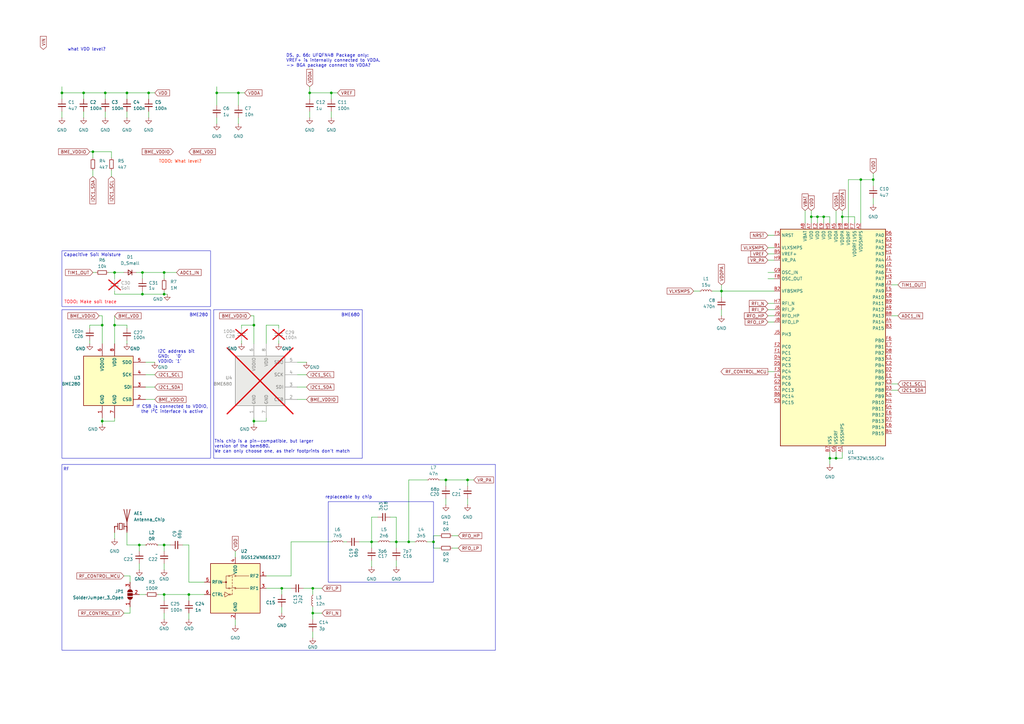
<source format=kicad_sch>
(kicad_sch (version 20231120) (generator "eeschema") (generator_version "8.0")
  (paper "A3")
  (lib_symbols
    (symbol "Device:Antenna_Chip" (pin_numbers hide) (pin_names (offset 1.016) hide)
      (property "Reference" "AE" (at 0 5.08 0))
      (property "Value" "Antenna_Chip" (at 0 3.175 0))
      (symbol "Antenna_Chip_1_1"
        (pin input line (at -2.54 -2.54 90) (length 2.54) (name "FEED") (number "1"))
        (pin passive line (at 2.54 -2.54 90) (length 2.54) (name "PCB_Trace") (number "2"))
      )
    )
    (symbol "Device:C_Small" (pin_numbers hide) (pin_names (offset 0.254) hide)
      (property "Reference" "C" (at 0.254 1.778 0))
      (property "Value" "C_Small" (at 0.254 -2.032 0))
      (symbol "C_Small_1_1"
        (pin passive line (at 0 2.54 270) (length 2.032) (name "~") (number "1"))
        (pin passive line (at 0 -2.54 90) (length 2.032) (name "~") (number "2"))
      )
    )
    (symbol "Device:D_Small" (pin_numbers hide) (pin_names (offset 0.254) hide)
      (property "Reference" "D" (at -1.27 2.032 0))
      (property "Value" "D_Small" (at -3.81 -2.032 0))
      (symbol "D_Small_1_1"
        (pin passive line (at -2.54 0 0) (length 1.778) (name "K") (number "1"))
        (pin passive line (at 2.54 0 180) (length 1.778) (name "A") (number "2"))
      )
    )
    (symbol "Device:L_Small" (pin_numbers hide) (pin_names (offset 0.254) hide)
      (property "Reference" "L" (at 0.762 1.016 0))
      (property "Value" "L_Small" (at 0.762 -1.016 0))
      (symbol "L_Small_1_1"
        (pin passive line (at 0 2.54 270) (length 0.508) (name "~") (number "1"))
        (pin passive line (at 0 -2.54 90) (length 0.508) (name "~") (number "2"))
      )
    )
    (symbol "Device:R_Small" (pin_numbers hide) (pin_names (offset 0.254) hide)
      (property "Reference" "R" (at 0.762 0.508 0))
      (property "Value" "R_Small" (at 0.762 -1.016 0))
      (symbol "R_Small_1_1"
        (pin passive line (at 0 2.54 270) (length 0.762) (name "~") (number "1"))
        (pin passive line (at 0 -2.54 90) (length 0.762) (name "~") (number "2"))
      )
    )
    (symbol "Jumper:SolderJumper_3_Open" (pin_names (offset 0) hide) (exclude_from_sim yes) (in_bom no)
      (property "Reference" "JP" (at -2.54 -2.54 0))
      (property "Value" "SolderJumper_3_Open" (at 0 2.794 0))
      (symbol "SolderJumper_3_Open_1_1"
        (pin passive line (at -5.08 0 0) (length 2.54) (name "A") (number "1"))
        (pin passive line (at 0 -3.81 90) (length 2.54) (name "C") (number "2"))
        (pin passive line (at 5.08 0 180) (length 2.54) (name "B") (number "3"))
      )
    )
    (symbol "MCU_ST_STM32WL:STM32WL55JCIx"
      (property "Reference" "U" (at -20.32 46.99 0))
      (property "Value" "STM32WL55JCIx" (at 15.24 46.99 0))
      (symbol "STM32WL55JCIx_1_1"
        (pin power_in line (at 5.08 -45.72 90) (length 2.54) (name "VSSSMPS") (number "A1"))
        (pin power_in line (at 12.7 48.26 270) (length 2.54) (name "VDDSMPS") (number "A2"))
        (pin bidirectional line (at 25.4 7.62 180) (length 2.54) (name "PA14") (number "A4"))
        (pin power_in line (at 2.54 48.26 270) (length 2.54) (name "VDDA") (number "A5"))
        (pin power_in line (at -7.62 48.26 270) (length 2.54) (name "VDD") (number "A7"))
        (pin power_in line (at -10.16 48.26 270) (length 2.54) (name "VBAT") (number "A8"))
        (pin bidirectional line (at 25.4 12.7 180) (length 2.54) (name "PA12") (number "A9"))
        (pin power_in line (at -22.86 38.1 0) (length 2.54) (name "VLXSMPS") (number "B1"))
        (pin input line (at -22.86 20.32 0) (length 2.54) (name "VFBSMPS") (number "B2"))
        (pin bidirectional line (at 25.4 5.08 180) (length 2.54) (name "PA15") (number "B3"))
        (pin bidirectional line (at 25.4 -38.1 180) (length 2.54) (name "PB15") (number "B4"))
        (pin input line (at -22.86 35.56 0) (length 2.54) (name "VREF+") (number "B5"))
        (pin bidirectional line (at -22.86 -22.86 0) (length 2.54) (name "PC14") (number "B6"))
        (pin power_in line (at 0 -45.72 90) (length 2.54) (name "VSS") (number "B7"))
        (pin bidirectional line (at 25.4 10.16 180) (length 2.54) (name "PA13") (number "B8"))
        (pin bidirectional line (at 25.4 15.24 180) (length 2.54) (name "PA11") (number "B9"))
        (pin bidirectional line (at 25.4 -7.62 180) (length 2.54) (name "PB3") (number "C1"))
        (pin bidirectional line (at 25.4 -10.16 180) (length 2.54) (name "PB4") (number "C2"))
        (pin bidirectional line (at 25.4 -17.78 180) (length 2.54) (name "PB7") (number "C3"))
        (pin bidirectional line (at 25.4 -22.86 180) (length 2.54) (name "PB9") (number "C4"))
        (pin bidirectional line (at -22.86 -25.4 0) (length 2.54) (name "PC15") (number "C5"))
        (pin bidirectional line (at 25.4 -35.56 180) (length 2.54) (name "PB14") (number "C6"))
        (pin bidirectional line (at -22.86 -20.32 0) (length 2.54) (name "PC13") (number "C7"))
        (pin bidirectional line (at 25.4 17.78 180) (length 2.54) (name "PA10") (number "C8"))
        (pin bidirectional line (at 25.4 -12.7 180) (length 2.54) (name "PB5") (number "D2"))
        (pin bidirectional line (at 25.4 -20.32 180) (length 2.54) (name "PB8") (number "D3"))
        (pin bidirectional line (at -22.86 -7.62 0) (length 2.54) (name "PC2") (number "D4"))
        (pin bidirectional line (at -22.86 -10.16 0) (length 2.54) (name "PC3") (number "D5"))
        (pin bidirectional line (at 25.4 43.18 180) (length 2.54) (name "PA0") (number "D6"))
        (pin bidirectional line (at 25.4 -33.02 180) (length 2.54) (name "PB13") (number "D7"))
        (pin bidirectional line (at 25.4 -5.08 180) (length 2.54) (name "PB2") (number "D8"))
        (pin passive line (at 0 -45.72 90) (length 2.54) hide (name "VSS") (number "D9"))
        (pin bidirectional line (at 25.4 -15.24 180) (length 2.54) (name "PB6") (number "E1"))
        (pin power_in line (at -5.08 48.26 270) (length 2.54) (name "VDD") (number "E2"))
        (pin passive line (at 0 -45.72 90) (length 2.54) hide (name "VSS") (number "E3"))
        (pin bidirectional line (at -22.86 -15.24 0) (length 2.54) (name "PC5") (number "E4"))
        (pin bidirectional line (at 25.4 20.32 180) (length 2.54) (name "PA9") (number "E5"))
        (pin bidirectional line (at 25.4 -30.48 180) (length 2.54) (name "PB12") (number "E6"))
        (pin bidirectional line (at 25.4 -2.54 180) (length 2.54) (name "PB1") (number "E7"))
        (pin power_in line (at 7.62 48.26 270) (length 2.54) (name "VDDRF") (number "E8"))
        (pin power_in line (at -2.54 48.26 270) (length 2.54) (name "VDD") (number "E9"))
        (pin bidirectional line (at -22.86 -5.08 0) (length 2.54) (name "PC1") (number "F1"))
        (pin bidirectional line (at -22.86 -2.54 0) (length 2.54) (name "PC0") (number "F2"))
        (pin bidirectional line (at -22.86 -12.7 0) (length 2.54) (name "PC4") (number "F3"))
        (pin bidirectional line (at 25.4 27.94 180) (length 2.54) (name "PA6") (number "F4"))
        (pin input line (at -22.86 43.18 0) (length 2.54) (name "NRST") (number "F5"))
        (pin bidirectional line (at 25.4 0 180) (length 2.54) (name "PB0") (number "F6"))
        (pin power_in line (at 10.16 48.26 270) (length 2.54) (name "VDDRF1V55") (number "F7"))
        (pin input line (at -22.86 25.4 0) (length 2.54) (name "OSC_OUT") (number "F8"))
        (pin bidirectional line (at -22.86 -17.78 0) (length 2.54) (name "PC6") (number "G2"))
        (pin bidirectional line (at 25.4 40.64 180) (length 2.54) (name "PA1") (number "G3"))
        (pin bidirectional line (at 25.4 -27.94 180) (length 2.54) (name "PB11") (number "G4"))
        (pin passive line (at 0 -45.72 90) (length 2.54) hide (name "VSS") (number "G5"))
        (pin power_in line (at 2.54 -45.72 90) (length 2.54) (name "VSSRF") (number "G6"))
        (pin passive line (at 2.54 -45.72 90) (length 2.54) hide (name "VSSRF") (number "G7"))
        (pin passive line (at 2.54 -45.72 90) (length 2.54) hide (name "VSSRF") (number "G8"))
        (pin input line (at -22.86 27.94 0) (length 2.54) (name "OSC_IN") (number "G9"))
        (pin bidirectional line (at 25.4 35.56 180) (length 2.54) (name "PA3") (number "H1"))
        (pin bidirectional line (at 25.4 38.1 180) (length 2.54) (name "PA2") (number "H2"))
        (pin bidirectional line (at 25.4 25.4 180) (length 2.54) (name "PA7") (number "H3"))
        (pin bidirectional line (at 25.4 -25.4 180) (length 2.54) (name "PB10") (number "H4"))
        (pin power_in line (at 0 48.26 270) (length 2.54) (name "VDD") (number "H5"))
        (pin passive line (at 2.54 -45.72 90) (length 2.54) hide (name "VSSRF") (number "H6"))
        (pin bidirectional line (at -22.86 15.24 0) (length 2.54) (name "RFI_N") (number "H7"))
        (pin power_in line (at 5.08 48.26 270) (length 2.54) (name "VDDPA") (number "H8"))
        (pin power_in line (at -22.86 33.02 0) (length 2.54) (name "VR_PA") (number "H9"))
        (pin bidirectional line (at 25.4 33.02 180) (length 2.54) (name "PA4") (number "J1"))
        (pin bidirectional line (at 25.4 30.48 180) (length 2.54) (name "PA5") (number "J2"))
        (pin bidirectional line (at 25.4 22.86 180) (length 2.54) (name "PA8") (number "J3"))
        (pin bidirectional line (at -22.86 2.54 0) (length 2.54) (name "PH3") (number "J5"))
        (pin bidirectional line (at -22.86 12.7 0) (length 2.54) (name "RFI_P") (number "J6"))
        (pin bidirectional line (at -22.86 7.62 0) (length 2.54) (name "RFO_LP") (number "J8"))
        (pin bidirectional line (at -22.86 10.16 0) (length 2.54) (name "RFO_HP") (number "J9"))
      )
    )
    (symbol "RF_Switch:BGS12WN6E6327"
      (property "Reference" "U" (at -10.16 11.43 0))
      (property "Value" "BGS12WN6E6327" (at 1.27 11.43 0))
      (symbol "BGS12WN6E6327_1_1"
        (pin passive line (at 12.7 5.08 180) (length 2.54) (name "RF2") (number "1"))
        (pin power_in line (at 0 -12.7 90) (length 2.54) (name "GND") (number "2"))
        (pin passive line (at 12.7 0 180) (length 2.54) (name "RF1") (number "3"))
        (pin power_in line (at 0 12.7 270) (length 2.54) (name "VDD") (number "4"))
        (pin passive line (at -12.7 2.54 0) (length 2.54) (name "RFIN") (number "5"))
        (pin input line (at -12.7 -2.54 0) (length 2.54) (name "CTRL") (number "6"))
      )
    )
    (symbol "Sensor:BME280"
      (property "Reference" "U" (at -8.89 11.43 0))
      (property "Value" "BME280" (at 7.62 11.43 0))
      (symbol "BME280_1_1"
        (pin power_in line (at -2.54 -15.24 90) (length 5.08) (name "GND") (number "1"))
        (pin input line (at 15.24 -7.62 180) (length 5.08) (name "CSB") (number "2"))
        (pin bidirectional line (at 15.24 -2.54 180) (length 5.08) (name "SDI") (number "3"))
        (pin input line (at 15.24 2.54 180) (length 5.08) (name "SCK") (number "4"))
        (pin bidirectional line (at 15.24 7.62 180) (length 5.08) (name "SDO") (number "5"))
        (pin power_in line (at -2.54 15.24 270) (length 5.08) (name "VDDIO") (number "6"))
        (pin power_in line (at 2.54 -15.24 90) (length 5.08) (name "GND") (number "7"))
        (pin power_in line (at 2.54 15.24 270) (length 5.08) (name "VDD") (number "8"))
      )
    )
    (symbol "Sensor:BME680"
      (property "Reference" "U" (at -8.89 11.43 0))
      (property "Value" "BME680" (at 7.62 11.43 0))
      (symbol "BME680_1_1"
        (pin power_in line (at -2.54 -15.24 90) (length 5.08) (name "GND") (number "1"))
        (pin input line (at 15.24 -7.62 180) (length 5.08) (name "CSB") (number "2"))
        (pin bidirectional line (at 15.24 -2.54 180) (length 5.08) (name "SDI") (number "3"))
        (pin input line (at 15.24 2.54 180) (length 5.08) (name "SCK") (number "4"))
        (pin bidirectional line (at 15.24 7.62 180) (length 5.08) (name "SDO") (number "5"))
        (pin power_in line (at -2.54 15.24 270) (length 5.08) (name "VDDIO") (number "6"))
        (pin power_in line (at 2.54 -15.24 90) (length 5.08) (name "GND") (number "7"))
        (pin power_in line (at 2.54 15.24 270) (length 5.08) (name "VDD") (number "8"))
      )
    )
    (symbol "power:GND" (power) (pin_numbers hide) (pin_names (offset 0) hide)
      (property "Value" "GND" (at 0 -3.81 0))
      (symbol "GND_1_1"
        (pin power_in line (at 0 0 270) (length 0) (name "~") (number "1"))
      )
    )
  )
  (junction (at 128.27 251.46))
  (junction (at 34.29 38.1))
  (junction (at 127 38.1))
  (junction (at 191.77 196.85))
  (junction (at 38.1 62.23))
  (junction (at 41.91 172.72))
  (junction (at 52.07 38.1))
  (junction (at 332.74 88.9))
  (junction (at 104.14 133.35))
  (junction (at 104.14 172.72))
  (junction (at 135.89 38.1))
  (junction (at 128.27 241.3))
  (junction (at 358.14 73.66))
  (junction (at 353.06 73.66))
  (junction (at 67.31 120.65))
  (junction (at 335.28 88.9))
  (junction (at 177.8 222.25))
  (junction (at 182.88 196.85))
  (junction (at 88.9 38.1))
  (junction (at 60.96 38.1))
  (junction (at 58.42 111.76))
  (junction (at 58.42 120.65))
  (junction (at 67.31 223.52))
  (junction (at 167.64 222.25))
  (junction (at 67.31 111.76))
  (junction (at 25.4 38.1))
  (junction (at 337.82 88.9))
  (junction (at 342.9 187.96))
  (junction (at 41.91 133.35))
  (junction (at 345.44 88.9))
  (junction (at 43.18 38.1))
  (junction (at 67.31 243.84))
  (junction (at 97.79 38.1))
  (junction (at 115.57 241.3))
  (junction (at 77.47 243.84))
  (junction (at 295.91 119.38))
  (junction (at 340.36 187.96))
  (junction (at 152.4 222.25))
  (junction (at 46.99 133.35))
  (junction (at 46.99 111.76))
  (junction (at 57.15 223.52))
  (junction (at 162.56 222.25))
  (wire (pts (xy 104.14 129.54) (xy 102.87 129.54)))
  (wire (pts (xy 97.79 38.1) (xy 100.33 38.1)))
  (wire (pts (xy 44.45 111.76) (xy 46.99 111.76)))
  (wire (pts (xy 46.99 133.35) (xy 46.99 140.97)))
  (wire (pts (xy 182.88 196.85) (xy 182.88 199.39)))
  (wire (pts (xy 60.96 38.1) (xy 60.96 40.64)))
  (wire (pts (xy 109.22 241.3) (xy 115.57 241.3)))
  (wire (pts (xy 353.06 73.66) (xy 353.06 91.44)))
  (wire (pts (xy 162.56 212.09) (xy 162.56 222.25)))
  (wire (pts (xy 340.36 185.42) (xy 340.36 187.96)))
  (wire (pts (xy 152.4 222.25) (xy 147.32 222.25)))
  (wire (pts (xy 332.74 91.44) (xy 332.74 88.9)))
  (wire (pts (xy 50.8 236.22) (xy 53.34 236.22)))
  (wire (pts (xy 314.96 101.6) (xy 317.5 101.6)))
  (wire (pts (xy 128.27 259.08) (xy 128.27 261.62)))
  (wire (pts (xy 191.77 204.47) (xy 191.77 207.01)))
  (wire (pts (xy 99.06 139.7) (xy 99.06 140.97)))
  (wire (pts (xy 104.14 172.72) (xy 104.14 173.99)))
  (wire (pts (xy 185.42 224.79) (xy 187.96 224.79)))
  (wire (pts (xy 114.3 134.62) (xy 114.3 133.35)))
  (wire (pts (xy 332.74 86.36) (xy 332.74 88.9)))
  (wire (pts (xy 109.22 236.22) (xy 119.38 236.22)))
  (wire (pts (xy 52.07 134.62) (xy 52.07 133.35)))
  (wire (pts (xy 135.89 38.1) (xy 138.43 38.1)))
  (wire (pts (xy 96.52 254) (xy 96.52 256.54)))
  (wire (pts (xy 347.98 73.66) (xy 347.98 91.44)))
  (wire (pts (xy 121.92 148.59) (xy 125.73 148.59)))
  (wire (pts (xy 330.2 86.36) (xy 330.2 91.44)))
  (wire (pts (xy 332.74 88.9) (xy 335.28 88.9)))
  (wire (pts (xy 292.1 119.38) (xy 295.91 119.38)))
  (wire (pts (xy 52.07 45.72) (xy 52.07 48.26)))
  (wire (pts (xy 46.99 218.44) (xy 46.99 220.98)))
  (wire (pts (xy 38.1 62.23) (xy 36.83 62.23)))
  (wire (pts (xy 142.24 222.25) (xy 140.97 222.25)))
  (wire (pts (xy 121.92 163.83) (xy 125.73 163.83)))
  (wire (pts (xy 295.91 127) (xy 295.91 129.54)))
  (wire (pts (xy 127 38.1) (xy 127 40.64)))
  (wire (pts (xy 162.56 222.25) (xy 160.02 222.25)))
  (wire (pts (xy 162.56 229.87) (xy 162.56 232.41)))
  (wire (pts (xy 67.31 119.38) (xy 67.31 120.65)))
  (wire (pts (xy 152.4 212.09) (xy 152.4 222.25)))
  (wire (pts (xy 52.07 38.1) (xy 52.07 40.64)))
  (wire (pts (xy 97.79 38.1) (xy 97.79 43.18)))
  (wire (pts (xy 104.14 172.72) (xy 109.22 172.72)))
  (wire (pts (xy 57.15 231.14) (xy 57.15 233.68)))
  (wire (pts (xy 314.96 104.14) (xy 317.5 104.14)))
  (wire (pts (xy 77.47 243.84) (xy 77.47 246.38)))
  (wire (pts (xy 182.88 204.47) (xy 182.88 207.01)))
  (wire (pts (xy 36.83 139.7) (xy 36.83 140.97)))
  (wire (pts (xy 104.14 133.35) (xy 104.14 129.54)))
  (wire (pts (xy 365.76 116.84) (xy 368.3 116.84)))
  (wire (pts (xy 64.77 243.84) (xy 67.31 243.84)))
  (wire (pts (xy 104.14 133.35) (xy 104.14 140.97)))
  (wire (pts (xy 175.26 222.25) (xy 177.8 222.25)))
  (wire (pts (xy 45.72 69.85) (xy 45.72 72.39)))
  (wire (pts (xy 154.94 212.09) (xy 152.4 212.09)))
  (wire (pts (xy 43.18 38.1) (xy 52.07 38.1)))
  (wire (pts (xy 314.96 152.4) (xy 317.5 152.4)))
  (wire (pts (xy 109.22 172.72) (xy 109.22 171.45)))
  (wire (pts (xy 314.96 124.46) (xy 317.5 124.46)))
  (wire (pts (xy 185.42 219.71) (xy 187.96 219.71)))
  (wire (pts (xy 67.31 111.76) (xy 72.39 111.76)))
  (wire (pts (xy 52.07 139.7) (xy 52.07 140.97)))
  (wire (pts (xy 58.42 120.65) (xy 46.99 120.65)))
  (wire (pts (xy 53.34 248.92) (xy 53.34 251.46)))
  (wire (pts (xy 34.29 38.1) (xy 34.29 40.64)))
  (wire (pts (xy 314.96 114.3) (xy 317.5 114.3)))
  (wire (pts (xy 182.88 196.85) (xy 180.34 196.85)))
  (wire (pts (xy 345.44 88.9) (xy 350.52 88.9)))
  (wire (pts (xy 128.27 248.92) (xy 128.27 251.46)))
  (wire (pts (xy 68.58 120.65) (xy 67.31 120.65)))
  (wire (pts (xy 152.4 222.25) (xy 154.94 222.25)))
  (wire (pts (xy 135.89 45.72) (xy 135.89 48.26)))
  (wire (pts (xy 41.91 133.35) (xy 36.83 133.35)))
  (wire (pts (xy 128.27 241.3) (xy 132.08 241.3)))
  (wire (pts (xy 194.31 196.85) (xy 191.77 196.85)))
  (wire (pts (xy 114.3 139.7) (xy 114.3 140.97)))
  (wire (pts (xy 57.15 223.52) (xy 57.15 226.06)))
  (wire (pts (xy 25.4 38.1) (xy 25.4 40.64)))
  (wire (pts (xy 59.69 153.67) (xy 63.5 153.67)))
  (wire (pts (xy 177.8 224.79) (xy 180.34 224.79)))
  (wire (pts (xy 88.9 35.56) (xy 88.9 38.1)))
  (wire (pts (xy 167.64 196.85) (xy 167.64 222.25)))
  (wire (pts (xy 58.42 119.38) (xy 58.42 120.65)))
  (wire (pts (xy 41.91 133.35) (xy 41.91 129.54)))
  (wire (pts (xy 128.27 254) (xy 128.27 251.46)))
  (wire (pts (xy 52.07 38.1) (xy 60.96 38.1)))
  (wire (pts (xy 124.46 241.3) (xy 128.27 241.3)))
  (wire (pts (xy 77.47 243.84) (xy 83.82 243.84)))
  (wire (pts (xy 135.89 38.1) (xy 127 38.1)))
  (wire (pts (xy 314.96 127) (xy 317.5 127)))
  (wire (pts (xy 25.4 35.56) (xy 25.4 38.1)))
  (wire (pts (xy 127 35.56) (xy 127 38.1)))
  (wire (pts (xy 41.91 172.72) (xy 41.91 173.99)))
  (wire (pts (xy 67.31 246.38) (xy 67.31 243.84)))
  (wire (pts (xy 358.14 71.12) (xy 358.14 73.66)))
  (wire (pts (xy 88.9 38.1) (xy 88.9 43.18)))
  (wire (pts (xy 337.82 88.9) (xy 337.82 91.44)))
  (wire (pts (xy 77.47 223.52) (xy 77.47 238.76)))
  (wire (pts (xy 191.77 196.85) (xy 191.77 199.39)))
  (wire (pts (xy 115.57 241.3) (xy 119.38 241.3)))
  (wire (pts (xy 36.83 133.35) (xy 36.83 134.62)))
  (wire (pts (xy 284.48 119.38) (xy 287.02 119.38)))
  (wire (pts (xy 353.06 73.66) (xy 358.14 73.66)))
  (wire (pts (xy 64.77 223.52) (xy 67.31 223.52)))
  (wire (pts (xy 38.1 111.76) (xy 39.37 111.76)))
  (wire (pts (xy 119.38 236.22) (xy 119.38 222.25)))
  (wire (pts (xy 46.99 172.72) (xy 46.99 171.45)))
  (wire (pts (xy 59.69 163.83) (xy 63.5 163.83)))
  (wire (pts (xy 77.47 238.76) (xy 83.82 238.76)))
  (wire (pts (xy 67.31 120.65) (xy 58.42 120.65)))
  (wire (pts (xy 121.92 153.67) (xy 125.73 153.67)))
  (wire (pts (xy 177.8 222.25) (xy 177.8 224.79)))
  (wire (pts (xy 167.64 222.25) (xy 162.56 222.25)))
  (wire (pts (xy 177.8 219.71) (xy 180.34 219.71)))
  (wire (pts (xy 46.99 129.54) (xy 46.99 133.35)))
  (wire (pts (xy 114.3 133.35) (xy 109.22 133.35)))
  (wire (pts (xy 128.27 251.46) (xy 132.08 251.46)))
  (wire (pts (xy 170.18 222.25) (xy 167.64 222.25)))
  (wire (pts (xy 365.76 157.48) (xy 368.3 157.48)))
  (wire (pts (xy 365.76 160.02) (xy 368.3 160.02)))
  (wire (pts (xy 337.82 88.9) (xy 340.36 88.9)))
  (wire (pts (xy 342.9 86.36) (xy 342.9 91.44)))
  (wire (pts (xy 67.31 226.06) (xy 67.31 223.52)))
  (wire (pts (xy 41.91 172.72) (xy 46.99 172.72)))
  (wire (pts (xy 335.28 88.9) (xy 335.28 91.44)))
  (wire (pts (xy 57.15 243.84) (xy 59.69 243.84)))
  (wire (pts (xy 50.8 251.46) (xy 53.34 251.46)))
  (wire (pts (xy 295.91 119.38) (xy 317.5 119.38)))
  (wire (pts (xy 45.72 62.23) (xy 38.1 62.23)))
  (wire (pts (xy 97.79 48.26) (xy 97.79 50.8)))
  (wire (pts (xy 38.1 69.85) (xy 38.1 72.39)))
  (wire (pts (xy 77.47 251.46) (xy 77.47 254)))
  (wire (pts (xy 41.91 171.45) (xy 41.91 172.72)))
  (wire (pts (xy 67.31 243.84) (xy 77.47 243.84)))
  (wire (pts (xy 358.14 73.66) (xy 358.14 76.2)))
  (wire (pts (xy 135.89 38.1) (xy 135.89 40.64)))
  (wire (pts (xy 358.14 81.28) (xy 358.14 83.82)))
  (wire (pts (xy 342.9 185.42) (xy 342.9 187.96)))
  (wire (pts (xy 295.91 116.84) (xy 295.91 119.38)))
  (wire (pts (xy 88.9 48.26) (xy 88.9 50.8)))
  (wire (pts (xy 340.36 187.96) (xy 340.36 190.5)))
  (wire (pts (xy 152.4 224.79) (xy 152.4 222.25)))
  (wire (pts (xy 99.06 133.35) (xy 99.06 134.62)))
  (wire (pts (xy 52.07 133.35) (xy 46.99 133.35)))
  (wire (pts (xy 350.52 88.9) (xy 350.52 91.44)))
  (wire (pts (xy 46.99 120.65) (xy 46.99 119.38)))
  (wire (pts (xy 152.4 229.87) (xy 152.4 232.41)))
  (wire (pts (xy 314.96 132.08) (xy 317.5 132.08)))
  (wire (pts (xy 88.9 38.1) (xy 97.79 38.1)))
  (wire (pts (xy 295.91 119.38) (xy 295.91 121.92)))
  (wire (pts (xy 58.42 111.76) (xy 55.88 111.76)))
  (wire (pts (xy 60.96 38.1) (xy 63.5 38.1)))
  (wire (pts (xy 314.96 96.52) (xy 317.5 96.52)))
  (wire (pts (xy 96.52 226.06) (xy 96.52 228.6)))
  (wire (pts (xy 52.07 223.52) (xy 57.15 223.52)))
  (wire (pts (xy 74.93 223.52) (xy 77.47 223.52)))
  (wire (pts (xy 345.44 187.96) (xy 342.9 187.96)))
  (wire (pts (xy 53.34 238.76) (xy 53.34 236.22)))
  (wire (pts (xy 60.96 45.72) (xy 60.96 48.26)))
  (wire (pts (xy 43.18 45.72) (xy 43.18 48.26)))
  (wire (pts (xy 191.77 196.85) (xy 182.88 196.85)))
  (wire (pts (xy 121.92 158.75) (xy 125.73 158.75)))
  (wire (pts (xy 59.69 148.59) (xy 63.5 148.59)))
  (wire (pts (xy 34.29 45.72) (xy 34.29 48.26)))
  (wire (pts (xy 58.42 114.3) (xy 58.42 111.76)))
  (wire (pts (xy 46.99 111.76) (xy 46.99 114.3)))
  (wire (pts (xy 314.96 129.54) (xy 317.5 129.54)))
  (wire (pts (xy 314.96 111.76) (xy 317.5 111.76)))
  (wire (pts (xy 175.26 196.85) (xy 167.64 196.85)))
  (wire (pts (xy 347.98 73.66) (xy 353.06 73.66)))
  (wire (pts (xy 177.8 219.71) (xy 177.8 222.25)))
  (wire (pts (xy 57.15 223.52) (xy 59.69 223.52)))
  (wire (pts (xy 109.22 133.35) (xy 109.22 140.97)))
  (wire (pts (xy 314.96 106.68) (xy 317.5 106.68)))
  (wire (pts (xy 104.14 171.45) (xy 104.14 172.72)))
  (wire (pts (xy 345.44 86.36) (xy 345.44 88.9)))
  (wire (pts (xy 67.31 223.52) (xy 69.85 223.52)))
  (wire (pts (xy 345.44 88.9) (xy 345.44 91.44)))
  (wire (pts (xy 59.69 158.75) (xy 63.5 158.75)))
  (wire (pts (xy 67.31 251.46) (xy 67.31 254)))
  (wire (pts (xy 52.07 218.44) (xy 52.07 223.52)))
  (wire (pts (xy 345.44 185.42) (xy 345.44 187.96)))
  (wire (pts (xy 34.29 38.1) (xy 43.18 38.1)))
  (wire (pts (xy 160.02 212.09) (xy 162.56 212.09)))
  (wire (pts (xy 25.4 38.1) (xy 34.29 38.1)))
  (wire (pts (xy 43.18 38.1) (xy 43.18 40.64)))
  (wire (pts (xy 104.14 133.35) (xy 99.06 133.35)))
  (wire (pts (xy 365.76 129.54) (xy 368.3 129.54)))
  (wire (pts (xy 128.27 241.3) (xy 128.27 243.84)))
  (wire (pts (xy 45.72 64.77) (xy 45.72 62.23)))
  (wire (pts (xy 115.57 248.92) (xy 115.57 251.46)))
  (wire (pts (xy 41.91 133.35) (xy 41.91 140.97)))
  (wire (pts (xy 340.36 187.96) (xy 342.9 187.96)))
  (wire (pts (xy 46.99 111.76) (xy 50.8 111.76)))
  (wire (pts (xy 38.1 62.23) (xy 38.1 64.77)))
  (wire (pts (xy 340.36 91.44) (xy 340.36 88.9)))
  (wire (pts (xy 25.4 45.72) (xy 25.4 48.26)))
  (wire (pts (xy 115.57 241.3) (xy 115.57 243.84)))
  (wire (pts (xy 41.91 129.54) (xy 40.64 129.54)))
  (wire (pts (xy 67.31 111.76) (xy 58.42 111.76)))
  (wire (pts (xy 119.38 222.25) (xy 135.89 222.25)))
  (wire (pts (xy 162.56 224.79) (xy 162.56 222.25)))
  (wire (pts (xy 335.28 88.9) (xy 337.82 88.9)))
  (wire (pts (xy 67.31 231.14) (xy 67.31 233.68)))
  (wire (pts (xy 67.31 114.3) (xy 67.31 111.76)))
  (wire (pts (xy 127 45.72) (xy 127 48.26)))
  (rectangle (start 25.4 102.87) (end 86.36 125.73))
  (rectangle (start 25.4 127) (end 86.36 187.96))
  (rectangle (start 25.4 190.5) (end 203.2 266.7))
  (rectangle (start 87.63 127) (end 148.59 187.96))
  (rectangle (start 134.62 205.74) (end 177.8 238.76))
  (text "DS. p. 66: UFQFN48 Package only:\nVREF+ is internally connected to VDDA.\n-> BGA package connect to VDDA?" (at 117.348 24.892 0) (effects (font (size 1.27 1.27)) (justify left)))
  (text "Capacitive Soil Moisture" (at 37.846 104.648 0) (effects (font (size 1.27 1.27))))
  (text "BME280" (at 81.534 129.286 0) (effects (font (size 1.27 1.27))))
  (text "what VDD level?" (at 35.56 20.32 0) (effects (font (size 1.27 1.27))))
  (text "If CSB is connected to VDDIO,\nthe I²C interface is active" (at 70.612 167.894 0) (effects (font (size 1.27 1.27))))
  (text "This chip is a pin-compatible, but larger\nversion of the bem680.\nWe can only choose one, as their footprints don't match" (at 87.884 183.134 0) (effects (font (size 1.27 1.27)) (justify left)))
  (text "replaceable by chip" (at 143.002 203.962 0) (effects (font (size 1.27 1.27))))
  (text "RF" (at 27.178 192.532 0) (effects (font (size 1.27 1.27))))
  (text "I2C address bit \nGND:   '0' \nVDDIO: '1'" (at 64.77 146.304 0) (effects (font (size 1.27 1.27)) (justify left)))
  (text "TODO: Make soil trace" (at 37.084 123.952 0) (effects (font (size 1.27 1.27))))
  (text "TODO: What level?" (at 73.914 66.294 0) (effects (font (size 1.27 1.27))))
  (text "BME680" (at 143.764 129.286 0) (effects (font (size 1.27 1.27))))
  (global_label "RFI_N" (shape input) (at 132.08 251.46 0) (property "Intersheetrefs" "${INTERSHEET_REFS}" (effects (hide yes))))
  (global_label "BME_VDD" (shape input) (at 46.99 129.54 0) (property "Intersheetrefs" "${INTERSHEET_REFS}" (effects (hide yes))))
  (global_label "RF_CONTROL_EXT" (shape input) (at 50.8 251.46 180) (property "Intersheetrefs" "${INTERSHEET_REFS}" (effects (hide yes))))
  (global_label "I2C1_SCL" (shape input) (at 63.5 153.67 0) (property "Intersheetrefs" "${INTERSHEET_REFS}" (effects (hide yes))))
  (global_label "RFI_P" (shape input) (at 314.96 127 180) (property "Intersheetrefs" "${INTERSHEET_REFS}" (effects (hide yes))))
  (global_label "VIN" (shape input) (at 17.78 20.32 90) (property "Intersheetrefs" "${INTERSHEET_REFS}" (effects (hide yes))))
  (global_label "RFI_P" (shape input) (at 132.08 241.3 0) (property "Intersheetrefs" "${INTERSHEET_REFS}" (effects (hide yes))))
  (global_label "I2C1_SCL" (shape input) (at 368.3 157.48 0) (property "Intersheetrefs" "${INTERSHEET_REFS}" (effects (hide yes))))
  (global_label "BME_VDDIO" (shape input) (at 40.64 129.54 180) (property "Intersheetrefs" "${INTERSHEET_REFS}" (effects (hide yes))))
  (global_label "TIM1_OUT" (shape input) (at 38.1 111.76 180) (property "Intersheetrefs" "${INTERSHEET_REFS}" (effects (hide yes))))
  (global_label "VDD" (shape input) (at 332.74 86.36 90) (property "Intersheetrefs" "${INTERSHEET_REFS}" (effects (hide yes))))
  (global_label "VDD" (shape input) (at 358.14 71.12 90) (property "Intersheetrefs" "${INTERSHEET_REFS}" (effects (hide yes))))
  (global_label "VBAT" (shape input) (at 330.2 86.36 90) (property "Intersheetrefs" "${INTERSHEET_REFS}" (effects (hide yes))))
  (global_label "BME_VDDIO" (shape input) (at 102.87 129.54 180) (property "Intersheetrefs" "${INTERSHEET_REFS}" (effects (hide yes))))
  (global_label "VR_PA" (shape input) (at 194.31 196.85 0) (property "Intersheetrefs" "${INTERSHEET_REFS}" (effects (hide yes))))
  (global_label "RF_CONTROL_MCU" (shape output) (at 314.96 152.4 180) (property "Intersheetrefs" "${INTERSHEET_REFS}" (effects (hide yes))))
  (global_label "RFO_HP" (shape input) (at 187.96 219.71 0) (property "Intersheetrefs" "${INTERSHEET_REFS}" (effects (hide yes))))
  (global_label "VDDPA" (shape input) (at 295.91 116.84 90) (property "Intersheetrefs" "${INTERSHEET_REFS}" (effects (hide yes))))
  (global_label "I2C1_SCL" (shape input) (at 125.73 153.67 0) (property "Intersheetrefs" "${INTERSHEET_REFS}" (effects (hide yes))))
  (global_label "RFO_LP" (shape input) (at 187.96 224.79 0) (property "Intersheetrefs" "${INTERSHEET_REFS}" (effects (hide yes))))
  (global_label "VREF" (shape input) (at 138.43 38.1 0) (property "Intersheetrefs" "${INTERSHEET_REFS}" (effects (hide yes))))
  (global_label "VLXSMPS" (shape input) (at 284.48 119.38 180) (property "Intersheetrefs" "${INTERSHEET_REFS}" (effects (hide yes))))
  (global_label "VDD" (shape input) (at 63.5 38.1 0) (property "Intersheetrefs" "${INTERSHEET_REFS}" (effects (hide yes))))
  (global_label "VDDA" (shape input) (at 100.33 38.1 0) (property "Intersheetrefs" "${INTERSHEET_REFS}" (effects (hide yes))))
  (global_label "VDDPA" (shape input) (at 345.44 86.36 90) (property "Intersheetrefs" "${INTERSHEET_REFS}" (effects (hide yes))))
  (global_label "NRST" (shape input) (at 314.96 96.52 180) (property "Intersheetrefs" "${INTERSHEET_REFS}" (effects (hide yes))))
  (global_label "RF_CONTROL_MCU" (shape input) (at 50.8 236.22 180) (property "Intersheetrefs" "${INTERSHEET_REFS}" (effects (hide yes))))
  (global_label "BME_VDDIO" (shape input) (at 71.12 62.23 180) (property "Intersheetrefs" "${INTERSHEET_REFS}" (effects (hide yes))))
  (global_label "I2C1_SCL" (shape input) (at 45.72 72.39 270) (property "Intersheetrefs" "${INTERSHEET_REFS}" (effects (hide yes))))
  (global_label "I2C1_SDA" (shape input) (at 125.73 158.75 0) (property "Intersheetrefs" "${INTERSHEET_REFS}" (effects (hide yes))))
  (global_label "BME_VDDIO" (shape input) (at 36.83 62.23 180) (property "Intersheetrefs" "${INTERSHEET_REFS}" (effects (hide yes))))
  (global_label "ADC1_IN" (shape input) (at 368.3 129.54 0) (property "Intersheetrefs" "${INTERSHEET_REFS}" (effects (hide yes))))
  (global_label "VDD" (shape input) (at 96.52 226.06 90) (property "Intersheetrefs" "${INTERSHEET_REFS}" (effects (hide yes))))
  (global_label "BME_VDDIO" (shape input) (at 125.73 163.83 0) (property "Intersheetrefs" "${INTERSHEET_REFS}" (effects (hide yes))))
  (global_label "ADC1_IN" (shape input) (at 72.39 111.76 0) (property "Intersheetrefs" "${INTERSHEET_REFS}" (effects (hide yes))))
  (global_label "I2C1_SDA" (shape input) (at 368.3 160.02 0) (property "Intersheetrefs" "${INTERSHEET_REFS}" (effects (hide yes))))
  (global_label "RFI_N" (shape input) (at 314.96 124.46 180) (property "Intersheetrefs" "${INTERSHEET_REFS}" (effects (hide yes))))
  (global_label "VREF" (shape input) (at 314.96 104.14 180) (property "Intersheetrefs" "${INTERSHEET_REFS}" (effects (hide yes))))
  (global_label "I2C1_SDA" (shape input) (at 63.5 158.75 0) (property "Intersheetrefs" "${INTERSHEET_REFS}" (effects (hide yes))))
  (global_label "VR_PA" (shape input) (at 314.96 106.68 180) (property "Intersheetrefs" "${INTERSHEET_REFS}" (effects (hide yes))))
  (global_label "BME_VDD" (shape input) (at 77.47 62.23 0) (property "Intersheetrefs" "${INTERSHEET_REFS}" (effects (hide yes))))
  (global_label "BME_VDDIO" (shape input) (at 63.5 163.83 0) (property "Intersheetrefs" "${INTERSHEET_REFS}" (effects (hide yes))))
  (global_label "VDDA" (shape input) (at 127 35.56 90) (property "Intersheetrefs" "${INTERSHEET_REFS}" (effects (hide yes))))
  (global_label "TIM1_OUT" (shape input) (at 368.3 116.84 0) (property "Intersheetrefs" "${INTERSHEET_REFS}" (effects (hide yes))))
  (global_label "RFO_LP" (shape input) (at 314.96 132.08 180) (property "Intersheetrefs" "${INTERSHEET_REFS}" (effects (hide yes))))
  (global_label "VLXSMPS" (shape input) (at 314.96 101.6 180) (property "Intersheetrefs" "${INTERSHEET_REFS}" (effects (hide yes))))
  (global_label "RFO_HP" (shape input) (at 314.96 129.54 180) (property "Intersheetrefs" "${INTERSHEET_REFS}" (effects (hide yes))))
  (global_label "VDDA" (shape input) (at 342.9 86.36 90) (property "Intersheetrefs" "${INTERSHEET_REFS}" (effects (hide yes))))
  (global_label "I2C1_SDA" (shape input) (at 38.1 72.39 270) (property "Intersheetrefs" "${INTERSHEET_REFS}" (effects (hide yes))))
  (symbol (lib_id "power:GND") (at 57.15 233.68 0) (unit 1)
    (property "Reference" "#PWR021" (effects (hide yes)))
    (property "Value" "GND" (at 57.15 237.49 0))
    (property "Description" "Power symbol creates a global label with name \"GND\" , ground" (effects (hide yes)))
  )
  (symbol (lib_id "Device:C_Small") (at 36.83 137.16 0) (mirror x) (unit 1)
    (property "Reference" "C26" (at 32.258 137.922 0))
    (property "Value" "100n" (at 34.29 135.8838 0) (effects (justify right)))
    (property "Footprint" "Capacitor_SMD:C_0402_1005Metric" (effects (hide yes)))
    (property "Description" "Unpolarized capacitor, small symbol" (effects (hide yes)))
  )
  (symbol (lib_id "power:GND") (at 127 48.26 0) (mirror y) (unit 1)
    (property "Reference" "#PWR013" (effects (hide yes)))
    (property "Value" "GND" (at 127 53.34 0))
    (property "Description" "Power symbol creates a global label with name \"GND\" , ground" (effects (hide yes)))
  )
  (symbol (lib_id "power:GND") (at 191.77 207.01 0) (mirror y) (unit 1)
    (property "Reference" "#PWR020" (effects (hide yes)))
    (property "Value" "GND" (at 191.77 212.09 0))
    (property "Description" "Power symbol creates a global label with name \"GND\" , ground" (effects (hide yes)))
  )
  (symbol (lib_id "power:GND") (at 99.06 140.97 0) (unit 1)
    (property "Reference" "#PWR029" (effects (hide yes)))
    (property "Value" "GND" (at 95.25 143.002 0))
    (property "Description" "Power symbol creates a global label with name \"GND\" , ground" (effects (hide yes)))
  )
  (symbol (lib_id "Device:C_Small") (at 46.99 116.84 0) (mirror y) (unit 1) (dnp yes)
    (property "Reference" "C30" (at 51.562 116.078 0))
    (property "Value" "Soil" (at 49.53 118.1162 0) (effects (justify right)))
    (property "Footprint" "Capacitor_SMD:C_0402_1005Metric" (effects (hide yes)))
    (property "Description" "Unpolarized capacitor, small symbol" (effects (hide yes)))
  )
  (symbol (lib_id "Device:L_Small") (at 177.8 196.85 270) (mirror x) (unit 1)
    (property "Reference" "L7" (at 177.8 191.77 90))
    (property "Value" "47n" (at 177.8 194.31 90))
    (property "Description" "Inductor, small symbol" (effects (hide yes)))
  )
  (symbol (lib_id "Device:L_Small") (at 157.48 222.25 270) (mirror x) (unit 1)
    (property "Reference" "L5" (at 157.48 217.17 90))
    (property "Value" "2n6" (at 157.48 219.71 90))
    (property "Description" "Inductor, small symbol" (effects (hide yes)))
  )
  (symbol (lib_id "power:GND") (at 295.91 129.54 0) (unit 1)
    (property "Reference" "#PWR010" (effects (hide yes)))
    (property "Value" "GND" (at 295.91 134.62 0))
    (property "Description" "Power symbol creates a global label with name \"GND\" , ground" (effects (hide yes)))
  )
  (symbol (lib_id "Sensor:BME680") (at 106.68 156.21 0) (unit 1) (dnp yes)
    (property "Reference" "U4" (at 95.25 154.9399 0) (effects (justify right)))
    (property "Value" "BME680" (at 95.25 157.4799 0) (effects (justify right)))
    (property "Footprint" "Package_LGA:Bosch_LGA-8_3x3mm_P0.8mm_ClockwisePinNumbering" (effects (hide yes)))
    (property "Datasheet" "https://ae-bst.resource.bosch.com/media/_tech/media/datasheets/BST-BME680-DS001.pdf" (effects (hide yes)))
    (property "Description" "4-in-1 sensor, gas, humidity, pressure, temperature, I2C and SPI interface, 1.71-3.6V, LGA-8" (effects (hide yes)))
  )
  (symbol (lib_id "Device:C_Small") (at 52.07 43.18 0) (mirror y) (unit 1)
    (property "Reference" "C4" (at 54.61 41.9162 0) (effects (justify right)))
    (property "Value" "100n" (at 54.61 44.4562 0) (effects (justify right)))
    (property "Description" "Unpolarized capacitor, small symbol" (effects (hide yes)))
  )
  (symbol (lib_id "Device:C_Small") (at 128.27 256.54 0) (mirror y) (unit 1)
    (property "Reference" "C14" (at 130.81 255.2762 0) (effects (justify right)))
    (property "Value" "3p" (at 130.81 257.8162 0) (effects (justify right)))
    (property "Description" "Unpolarized capacitor, small symbol" (effects (hide yes)))
  )
  (symbol (lib_id "power:GND") (at 68.58 120.65 0) (unit 1)
    (property "Reference" "#PWR033" (effects (hide yes)))
    (property "Value" "GND" (at 64.77 122.682 0))
    (property "Description" "Power symbol creates a global label with name \"GND\" , ground" (effects (hide yes)))
  )
  (symbol (lib_id "Device:C_Small") (at 157.48 212.09 270) (unit 1)
    (property "Reference" "C18" (at 158.242 207.518 0))
    (property "Value" "3p3" (at 156.2038 209.55 0) (effects (justify right)))
    (property "Description" "Unpolarized capacitor, small symbol" (effects (hide yes)))
  )
  (symbol (lib_id "Device:L_Small") (at 289.56 119.38 90) (unit 1)
    (property "Reference" "L1" (at 289.56 114.3 90))
    (property "Value" "15u" (at 289.56 116.84 90))
    (property "Description" "Inductor, small symbol" (effects (hide yes)))
  )
  (symbol (lib_id "power:GND") (at 88.9 50.8 0) (unit 1)
    (property "Reference" "#PWR07" (effects (hide yes)))
    (property "Value" "GND" (at 88.9 55.88 0))
    (property "Description" "Power symbol creates a global label with name \"GND\" , ground" (effects (hide yes)))
  )
  (symbol (lib_id "Device:C_Small") (at 77.47 248.92 0) (mirror y) (unit 1)
    (property "Reference" "C24" (at 80.01 247.6562 0) (effects (justify right)))
    (property "Value" "1n" (at 80.01 250.1962 0) (effects (justify right)))
    (property "Description" "Unpolarized capacitor, small symbol" (effects (hide yes)))
  )
  (symbol (lib_id "power:GND") (at 60.96 48.26 0) (unit 1)
    (property "Reference" "#PWR06" (effects (hide yes)))
    (property "Value" "GND" (at 60.96 53.34 0))
    (property "Description" "Power symbol creates a global label with name \"GND\" , ground" (effects (hide yes)))
  )
  (symbol (lib_id "power:GND") (at 43.18 48.26 0) (unit 1)
    (property "Reference" "#PWR04" (effects (hide yes)))
    (property "Value" "GND" (at 43.18 53.34 0))
    (property "Description" "Power symbol creates a global label with name \"GND\" , ground" (effects (hide yes)))
  )
  (symbol (lib_id "Device:C_Small") (at 25.4 43.18 0) (mirror y) (unit 1)
    (property "Reference" "C1" (at 27.94 41.9162 0) (effects (justify right)))
    (property "Value" "4u7" (at 27.94 44.4562 0) (effects (justify right)))
    (property "Footprint" "Resistor_SMD:R_0402_1005Metric" (effects (hide yes)))
    (property "Description" "Unpolarized capacitor, small symbol" (effects (hide yes)))
  )
  (symbol (lib_id "Device:L_Small") (at 128.27 246.38 180) (unit 1)
    (property "Reference" "L3" (at 129.54 245.1099 0) (effects (justify right)))
    (property "Value" "12n" (at 129.54 247.6499 0) (effects (justify right)))
    (property "Description" "Inductor, small symbol" (effects (hide yes)))
  )
  (symbol (lib_id "RF_Switch:BGS12WN6E6327") (at 96.52 241.3 0) (unit 1)
    (property "Reference" "U2" (at 98.7141 226.06 0) (effects (justify left)))
    (property "Value" "BGS12WN6E6327" (at 98.7141 228.6 0) (effects (justify left)))
    (property "Footprint" "Package_LGA:Infineon_PG-TSNP-6-10_0.7x1.1mm_0.7x1.1mm_P0.4mm" (effects (hide yes)))
    (property "Datasheet" "https://www.infineon.com/dgdl/Infineon-BGS12WN6-DataSheet-v02_05-EN.pdf?fileId=5546d4626b2d8e69016b89d2b3334727" (effects (hide yes)))
    (property "Description" "SPDT DC-9GHz switch, 45dB isolation at 960MHz, PG-TSNP-6-10" (effects (hide yes)))
  )
  (symbol (lib_id "Device:C_Small") (at 57.15 228.6 0) (mirror x) (unit 1)
    (property "Reference" "C23" (at 52.578 229.362 0))
    (property "Value" "~" (at 54.61 227.3238 0) (effects (justify right)))
    (property "Description" "Unpolarized capacitor, small symbol" (effects (hide yes)))
  )
  (symbol (lib_id "Device:R_Small") (at 41.91 111.76 270) (unit 1)
    (property "Reference" "R6" (at 41.91 106.68 90))
    (property "Value" "10k" (at 41.91 109.22 90))
    (property "Footprint" "Resistor_SMD:R_0402_1005Metric" (effects (hide yes)))
    (property "Description" "Resistor, small symbol" (effects (hide yes)))
  )
  (symbol (lib_id "Device:C_Small") (at 60.96 43.18 0) (mirror y) (unit 1)
    (property "Reference" "C5" (at 63.5 41.9162 0) (effects (justify right)))
    (property "Value" "100n" (at 63.5 44.4562 0) (effects (justify right)))
    (property "Description" "Unpolarized capacitor, small symbol" (effects (hide yes)))
  )
  (symbol (lib_id "Device:C_Small") (at 72.39 223.52 90) (mirror x) (unit 1)
    (property "Reference" "C9" (at 71.628 218.948 0))
    (property "Value" "68p" (at 73.6662 220.98 0) (effects (justify right)))
    (property "Description" "Unpolarized capacitor, small symbol" (effects (hide yes)))
  )
  (symbol (lib_id "power:GND") (at 67.31 233.68 0) (unit 1)
    (property "Reference" "#PWR011" (effects (hide yes)))
    (property "Value" "GND" (at 67.31 237.49 0))
    (property "Description" "Power symbol creates a global label with name \"GND\" , ground" (effects (hide yes)))
  )
  (symbol (lib_id "Device:R_Small") (at 67.31 116.84 0) (unit 1)
    (property "Reference" "R7" (at 69.85 115.5699 0) (effects (justify left)))
    (property "Value" "1M" (at 69.85 118.1099 0) (effects (justify left)))
    (property "Footprint" "Resistor_SMD:R_0402_1005Metric" (effects (hide yes)))
    (property "Description" "Resistor, small symbol" (effects (hide yes)))
  )
  (symbol (lib_id "Device:D_Small") (at 53.34 111.76 180) (unit 1)
    (property "Reference" "D1" (at 53.34 105.41 0))
    (property "Value" "D_Small" (at 53.34 107.95 0))
    (property "Description" "Diode, small symbol" (effects (hide yes)))
    (property "Sim.Device" "D" (effects (hide yes)))
    (property "Sim.Pins" "1=K 2=A" (effects (hide yes)))
  )
  (symbol (lib_id "Device:C_Small") (at 127 43.18 0) (mirror y) (unit 1)
    (property "Reference" "C12" (at 129.54 41.9162 0) (effects (justify right)))
    (property "Value" "1u" (at 129.54 44.4562 0) (effects (justify right)))
    (property "Description" "Unpolarized capacitor, small symbol" (effects (hide yes)))
  )
  (symbol (lib_id "power:GND") (at 97.79 50.8 0) (unit 1)
    (property "Reference" "#PWR08" (effects (hide yes)))
    (property "Value" "GND" (at 97.79 55.88 0))
    (property "Description" "Power symbol creates a global label with name \"GND\" , ground" (effects (hide yes)))
  )
  (symbol (lib_id "power:GND") (at 152.4 232.41 0) (mirror y) (unit 1)
    (property "Reference" "#PWR018" (effects (hide yes)))
    (property "Value" "GND" (at 152.4 237.49 0))
    (property "Description" "Power symbol creates a global label with name \"GND\" , ground" (effects (hide yes)))
  )
  (symbol (lib_id "Device:Antenna_Chip") (at 49.53 215.9 0) (unit 1)
    (property "Reference" "AE1" (at 54.864 210.566 0) (effects (justify left)))
    (property "Value" "Antenna_Chip" (at 54.864 213.106 0) (effects (justify left)))
    (property "Description" "Ceramic chip antenna with pin for PCB trace" (effects (hide yes)))
  )
  (symbol (lib_id "power:GND") (at 36.83 140.97 0) (unit 1)
    (property "Reference" "#PWR026" (effects (hide yes)))
    (property "Value" "GND" (at 33.02 143.002 0))
    (property "Description" "Power symbol creates a global label with name \"GND\" , ground" (effects (hide yes)))
  )
  (symbol (lib_id "power:GND") (at 52.07 48.26 0) (unit 1)
    (property "Reference" "#PWR05" (effects (hide yes)))
    (property "Value" "GND" (at 52.07 53.34 0))
    (property "Description" "Power symbol creates a global label with name \"GND\" , ground" (effects (hide yes)))
  )
  (symbol (lib_id "Sensor:BME280") (at 44.45 156.21 0) (unit 1)
    (property "Reference" "U3" (at 33.02 154.9399 0) (effects (justify right)))
    (property "Value" "BME280" (at 33.02 157.4799 0) (effects (justify right)))
    (property "Footprint" "Package_LGA:Bosch_LGA-8_2.5x2.5mm_P0.65mm_ClockwisePinNumbering" (effects (hide yes)))
    (property "Datasheet" "https://www.bosch-sensortec.com/media/boschsensortec/downloads/datasheets/bst-bme280-ds002.pdf" (effects (hide yes)))
    (property "Description" "3-in-1 sensor, humidity, pressure, temperature, I2C and SPI interface, 1.71-3.6V, LGA-8" (effects (hide yes)))
  )
  (symbol (lib_id "Device:L_Small") (at 138.43 222.25 270) (mirror x) (unit 1)
    (property "Reference" "L6" (at 138.43 217.17 90))
    (property "Value" "7n5" (at 138.43 219.71 90))
    (property "Description" "Inductor, small symbol" (effects (hide yes)))
  )
  (symbol (lib_id "power:GND") (at 182.88 207.01 0) (mirror y) (unit 1)
    (property "Reference" "#PWR019" (effects (hide yes)))
    (property "Value" "GND" (at 182.88 212.09 0))
    (property "Description" "Power symbol creates a global label with name \"GND\" , ground" (effects (hide yes)))
  )
  (symbol (lib_id "Jumper:SolderJumper_3_Open") (at 53.34 243.84 90) (unit 1) (exclude_from_sim yes) (in_bom no)
    (property "Reference" "JP1" (at 50.8 242.5699 90) (effects (justify left)))
    (property "Value" "SolderJumper_3_Open" (at 50.8 245.1099 90) (effects (justify left)))
    (property "Description" "Solder Jumper, 3-pole, open" (effects (hide yes)))
  )
  (symbol (lib_id "Device:C_Small") (at 191.77 201.93 0) (mirror x) (unit 1)
    (property "Reference" "C21" (at 187.198 202.692 0))
    (property "Value" "~" (at 189.23 200.6538 0) (effects (justify right)))
    (property "Description" "Unpolarized capacitor, small symbol" (effects (hide yes)))
  )
  (symbol (lib_id "Device:C_Small") (at 135.89 43.18 0) (mirror y) (unit 1)
    (property "Reference" "C11" (at 138.43 41.9162 0) (effects (justify right)))
    (property "Value" "100n" (at 138.43 44.4562 0) (effects (justify right)))
    (property "Description" "Unpolarized capacitor, small symbol" (effects (hide yes)))
  )
  (symbol (lib_id "Device:C_Small") (at 182.88 201.93 0) (mirror x) (unit 1)
    (property "Reference" "C20" (at 178.308 202.692 0))
    (property "Value" "68p" (at 180.34 200.6538 0) (effects (justify right)))
    (property "Description" "Unpolarized capacitor, small symbol" (effects (hide yes)))
  )
  (symbol (lib_id "power:GND") (at 104.14 173.99 0) (unit 1)
    (property "Reference" "#PWR030" (effects (hide yes)))
    (property "Value" "GND" (at 100.33 176.022 0))
    (property "Description" "Power symbol creates a global label with name \"GND\" , ground" (effects (hide yes)))
  )
  (symbol (lib_id "power:GND") (at 67.31 254 0) (unit 1)
    (property "Reference" "#PWR023" (effects (hide yes)))
    (property "Value" "GND" (at 67.31 257.81 0))
    (property "Description" "Power symbol creates a global label with name \"GND\" , ground" (effects (hide yes)))
  )
  (symbol (lib_id "power:GND") (at 125.73 148.59 0) (unit 1)
    (property "Reference" "#PWR032" (effects (hide yes)))
    (property "Value" "GND" (at 129.032 150.622 0))
    (property "Description" "Power symbol creates a global label with name \"GND\" , ground" (effects (hide yes)))
  )
  (symbol (lib_id "power:GND") (at 34.29 48.26 0) (unit 1)
    (property "Reference" "#PWR03" (effects (hide yes)))
    (property "Value" "GND" (at 34.29 53.34 0))
    (property "Description" "Power symbol creates a global label with name \"GND\" , ground" (effects (hide yes)))
  )
  (symbol (lib_id "Device:R_Small") (at 182.88 224.79 90) (mirror x) (unit 1)
    (property "Reference" "R2" (at 182.88 229.87 90))
    (property "Value" "0R" (at 182.88 227.33 90))
    (property "Footprint" "Resistor_SMD:R_0402_1005Metric" (effects (hide yes)))
    (property "Description" "Resistor, small symbol" (effects (hide yes)))
  )
  (symbol (lib_id "Device:R_Small") (at 45.72 67.31 180) (unit 1)
    (property "Reference" "R5" (at 48.26 66.0399 0) (effects (justify right)))
    (property "Value" "4k7" (at 48.26 68.5799 0) (effects (justify right)))
    (property "Footprint" "Resistor_SMD:R_0402_1005Metric" (effects (hide yes)))
    (property "Description" "Resistor, small symbol" (effects (hide yes)))
  )
  (symbol (lib_id "power:GND") (at 128.27 261.62 0) (unit 1)
    (property "Reference" "#PWR015" (effects (hide yes)))
    (property "Value" "GND" (at 128.27 265.43 0))
    (property "Description" "Power symbol creates a global label with name \"GND\" , ground" (effects (hide yes)))
  )
  (symbol (lib_id "Device:C_Small") (at 52.07 137.16 0) (mirror y) (unit 1)
    (property "Reference" "C27" (at 56.642 136.398 0))
    (property "Value" "100n" (at 54.61 138.4362 0) (effects (justify right)))
    (property "Footprint" "Capacitor_SMD:C_0402_1005Metric" (effects (hide yes)))
    (property "Description" "Unpolarized capacitor, small symbol" (effects (hide yes)))
  )
  (symbol (lib_id "Device:C_Small") (at 34.29 43.18 0) (mirror y) (unit 1)
    (property "Reference" "C2" (at 36.83 41.9162 0) (effects (justify right)))
    (property "Value" "100n" (at 36.83 44.4562 0) (effects (justify right)))
    (property "Description" "Unpolarized capacitor, small symbol" (effects (hide yes)))
  )
  (symbol (lib_id "Device:C_Small") (at 43.18 43.18 0) (mirror y) (unit 1)
    (property "Reference" "C3" (at 45.72 41.9162 0) (effects (justify right)))
    (property "Value" "100n" (at 45.72 44.4562 0) (effects (justify right)))
    (property "Description" "Unpolarized capacitor, small symbol" (effects (hide yes)))
  )
  (symbol (lib_id "Device:R_Small") (at 38.1 67.31 180) (unit 1)
    (property "Reference" "R4" (at 40.64 66.0399 0) (effects (justify right)))
    (property "Value" "4k7" (at 40.64 68.5799 0) (effects (justify right)))
    (property "Footprint" "Resistor_SMD:R_0402_1005Metric" (effects (hide yes)))
    (property "Description" "Resistor, small symbol" (effects (hide yes)))
  )
  (symbol (lib_id "Device:C_Small") (at 67.31 248.92 0) (mirror y) (unit 1)
    (property "Reference" "C25" (at 69.85 247.6562 0) (effects (justify right)))
    (property "Value" "100n" (at 69.85 250.1962 0) (effects (justify right)))
    (property "Description" "Unpolarized capacitor, small symbol" (effects (hide yes)))
  )
  (symbol (lib_id "Device:C_Small") (at 115.57 246.38 0) (mirror x) (unit 1)
    (property "Reference" "C15" (at 110.998 247.142 0))
    (property "Value" "~" (at 113.03 245.1038 0) (effects (justify right)))
    (property "Description" "Unpolarized capacitor, small symbol" (effects (hide yes)))
  )
  (symbol (lib_id "power:GND") (at 135.89 48.26 0) (mirror y) (unit 1)
    (property "Reference" "#PWR012" (effects (hide yes)))
    (property "Value" "GND" (at 135.89 53.34 0))
    (property "Description" "Power symbol creates a global label with name \"GND\" , ground" (effects (hide yes)))
  )
  (symbol (lib_id "power:GND") (at 340.36 190.5 0) (unit 1)
    (property "Reference" "#PWR01" (effects (hide yes)))
    (property "Value" "GND" (at 340.36 195.58 0))
    (property "Description" "Power symbol creates a global label with name \"GND\" , ground" (effects (hide yes)))
  )
  (symbol (lib_id "power:GND") (at 52.07 140.97 0) (unit 1)
    (property "Reference" "#PWR025" (effects (hide yes)))
    (property "Value" "GND" (at 55.372 143.002 0))
    (property "Description" "Power symbol creates a global label with name \"GND\" , ground" (effects (hide yes)))
  )
  (symbol (lib_id "Device:C_Small") (at 99.06 137.16 0) (mirror x) (unit 1) (dnp yes)
    (property "Reference" "C28" (at 94.488 137.922 0))
    (property "Value" "100n" (at 96.52 135.8838 0) (effects (justify right)))
    (property "Footprint" "Capacitor_SMD:C_0402_1005Metric" (effects (hide yes)))
    (property "Description" "Unpolarized capacitor, small symbol" (effects (hide yes)))
  )
  (symbol (lib_id "MCU_ST_STM32WL:STM32WL55JCIx") (at 340.36 139.7 0) (unit 1)
    (property "Reference" "U1" (at 347.6341 185.42 0) (effects (justify left)))
    (property "Value" "STM32WL55JCIx" (at 347.6341 187.96 0) (effects (justify left)))
    (property "Footprint" "Package_BGA:ST_UFBGA-73_5x5mm_Layout9x9_P0.5mm" (effects (hide yes)))
    (property "Datasheet" "https://www.st.com/resource/en/datasheet/stm32wl55jc.pdf" (effects (hide yes)))
    (property "Description" "STMicroelectronics Arm Cortex-M4 MCU, 256KB flash, 64KB RAM, 48 MHz, 1.8-3.6V, 43 GPIO, UFBGA73" (effects (hide yes)))
  )
  (symbol (lib_id "power:GND") (at 358.14 83.82 0) (mirror y) (unit 1)
    (property "Reference" "#PWR09" (effects (hide yes)))
    (property "Value" "GND" (at 358.14 88.9 0))
    (property "Description" "Power symbol creates a global label with name \"GND\" , ground" (effects (hide yes)))
  )
  (symbol (lib_id "Device:R_Small") (at 182.88 219.71 90) (unit 1)
    (property "Reference" "R1" (at 182.88 214.63 90))
    (property "Value" "0R" (at 182.88 217.17 90))
    (property "Footprint" "Resistor_SMD:R_0402_1005Metric" (effects (hide yes)))
    (property "Description" "Resistor, small symbol" (effects (hide yes)))
  )
  (symbol (lib_id "Device:C_Small") (at 358.14 78.74 0) (mirror y) (unit 1)
    (property "Reference" "C10" (at 360.68 77.4762 0) (effects (justify right)))
    (property "Value" "4u7" (at 360.68 80.0162 0) (effects (justify right)))
    (property "Description" "Unpolarized capacitor, small symbol" (effects (hide yes)))
  )
  (symbol (lib_id "Device:C_Small") (at 67.31 228.6 0) (mirror x) (unit 1)
    (property "Reference" "C22" (at 62.738 229.362 0))
    (property "Value" "~" (at 64.77 227.3238 0) (effects (justify right)))
    (property "Description" "Unpolarized capacitor, small symbol" (effects (hide yes)))
  )
  (symbol (lib_id "Device:C_Small") (at 97.79 45.72 0) (mirror y) (unit 1)
    (property "Reference" "C7" (at 100.33 44.4562 0) (effects (justify right)))
    (property "Value" "10n" (at 100.33 46.9962 0) (effects (justify right)))
    (property "Description" "Unpolarized capacitor, small symbol" (effects (hide yes)))
  )
  (symbol (lib_id "power:GND") (at 115.57 251.46 0) (unit 1)
    (property "Reference" "#PWR016" (effects (hide yes)))
    (property "Value" "GND" (at 115.57 256.54 0))
    (property "Description" "Power symbol creates a global label with name \"GND\" , ground" (effects (hide yes)))
  )
  (symbol (lib_id "Device:C_Small") (at 162.56 227.33 180) (unit 1)
    (property "Reference" "C16" (at 167.132 228.092 0))
    (property "Value" "7p7" (at 165.1 226.0538 0) (effects (justify right)))
    (property "Description" "Unpolarized capacitor, small symbol" (effects (hide yes)))
  )
  (symbol (lib_id "power:GND") (at 25.4 48.26 0) (unit 1)
    (property "Reference" "#PWR02" (effects (hide yes)))
    (property "Value" "GND" (at 25.4 53.34 0))
    (property "Description" "Power symbol creates a global label with name \"GND\" , ground" (effects (hide yes)))
  )
  (symbol (lib_id "power:GND") (at 46.99 220.98 0) (unit 1)
    (property "Reference" "#PWR022" (effects (hide yes)))
    (property "Value" "GND" (at 46.99 226.06 0))
    (property "Description" "Power symbol creates a global label with name \"GND\" , ground" (effects (hide yes)))
  )
  (symbol (lib_id "Device:R_Small") (at 62.23 243.84 90) (unit 1)
    (property "Reference" "R3" (at 62.23 238.76 90))
    (property "Value" "100R" (at 62.23 241.3 90))
    (property "Footprint" "Resistor_SMD:R_0402_1005Metric" (effects (hide yes)))
    (property "Description" "Resistor, small symbol" (effects (hide yes)))
  )
  (symbol (lib_id "Device:C_Small") (at 144.78 222.25 90) (unit 1)
    (property "Reference" "C19" (at 144.018 226.822 0))
    (property "Value" "68p" (at 146.0562 224.79 0) (effects (justify right)))
    (property "Description" "Unpolarized capacitor, small symbol" (effects (hide yes)))
  )
  (symbol (lib_id "Device:C_Small") (at 295.91 124.46 0) (unit 1)
    (property "Reference" "C8" (at 293.37 123.1962 0) (effects (justify right)))
    (property "Value" "470n" (at 293.37 125.7362 0) (effects (justify right)))
    (property "Description" "Unpolarized capacitor, small symbol" (effects (hide yes)))
  )
  (symbol (lib_id "Device:C_Small") (at 121.92 241.3 90) (unit 1)
    (property "Reference" "C13" (at 121.158 245.872 0))
    (property "Value" "2p2" (at 123.1962 243.84 0) (effects (justify right)))
    (property "Description" "Unpolarized capacitor, small symbol" (effects (hide yes)))
  )
  (symbol (lib_id "Device:L_Small") (at 172.72 222.25 270) (mirror x) (unit 1)
    (property "Reference" "L4" (at 172.72 217.17 90))
    (property "Value" "3n5" (at 172.72 219.71 90))
    (property "Description" "Inductor, small symbol" (effects (hide yes)))
  )
  (symbol (lib_id "power:GND") (at 77.47 254 0) (unit 1)
    (property "Reference" "#PWR024" (effects (hide yes)))
    (property "Value" "GND" (at 77.47 257.81 0))
    (property "Description" "Power symbol creates a global label with name \"GND\" , ground" (effects (hide yes)))
  )
  (symbol (lib_id "Device:C_Small") (at 114.3 137.16 0) (mirror y) (unit 1) (dnp yes)
    (property "Reference" "C29" (at 118.872 136.398 0))
    (property "Value" "100n" (at 116.84 138.4362 0) (effects (justify right)))
    (property "Footprint" "Capacitor_SMD:C_0402_1005Metric" (effects (hide yes)))
    (property "Description" "Unpolarized capacitor, small symbol" (effects (hide yes)))
  )
  (symbol (lib_id "power:GND") (at 63.5 148.59 0) (unit 1)
    (property "Reference" "#PWR028" (effects (hide yes)))
    (property "Value" "GND" (at 66.802 150.622 0))
    (property "Description" "Power symbol creates a global label with name \"GND\" , ground" (effects (hide yes)))
  )
  (symbol (lib_id "power:GND") (at 162.56 232.41 0) (mirror y) (unit 1)
    (property "Reference" "#PWR017" (effects (hide yes)))
    (property "Value" "GND" (at 162.56 237.49 0))
    (property "Description" "Power symbol creates a global label with name \"GND\" , ground" (effects (hide yes)))
  )
  (symbol (lib_id "power:GND") (at 41.91 173.99 0) (unit 1)
    (property "Reference" "#PWR027" (effects (hide yes)))
    (property "Value" "GND" (at 38.1 176.022 0))
    (property "Description" "Power symbol creates a global label with name \"GND\" , ground" (effects (hide yes)))
  )
  (symbol (lib_id "Device:C_Small") (at 152.4 227.33 180) (unit 1)
    (property "Reference" "C17" (at 156.972 228.092 0))
    (property "Value" "3p6" (at 154.94 226.0538 0) (effects (justify right)))
    (property "Description" "Unpolarized capacitor, small symbol" (effects (hide yes)))
  )
  (symbol (lib_id "power:GND") (at 96.52 256.54 0) (unit 1)
    (property "Reference" "#PWR014" (effects (hide yes)))
    (property "Value" "GND" (at 96.52 261.62 0))
    (property "Description" "Power symbol creates a global label with name \"GND\" , ground" (effects (hide yes)))
  )
  (symbol (lib_id "Device:L_Small") (at 62.23 223.52 270) (mirror x) (unit 1)
    (property "Reference" "L2" (at 62.23 218.44 90))
    (property "Value" "0R" (at 62.23 220.98 90))
    (property "Description" "Inductor, small symbol" (effects (hide yes)))
  )
  (symbol (lib_id "Device:C_Small") (at 58.42 116.84 0) (mirror y) (unit 1)
    (property "Reference" "C31" (at 62.992 116.078 0))
    (property "Value" "1u" (at 60.96 118.1162 0) (effects (justify right)))
    (property "Footprint" "Capacitor_SMD:C_0402_1005Metric" (effects (hide yes)))
    (property "Description" "Unpolarized capacitor, small symbol" (effects (hide yes)))
  )
  (symbol (lib_id "power:GND") (at 114.3 140.97 0) (unit 1)
    (property "Reference" "#PWR031" (effects (hide yes)))
    (property "Value" "GND" (at 117.602 143.002 0))
    (property "Description" "Power symbol creates a global label with name \"GND\" , ground" (effects (hide yes)))
  )
  (symbol (lib_id "Device:C_Small") (at 88.9 45.72 0) (mirror y) (unit 1)
    (property "Reference" "C6" (at 91.44 44.4562 0) (effects (justify right)))
    (property "Value" "1u" (at 91.44 46.9962 0) (effects (justify right)))
    (property "Description" "Unpolarized capacitor, small symbol" (effects (hide yes)))
  )
)
</source>
